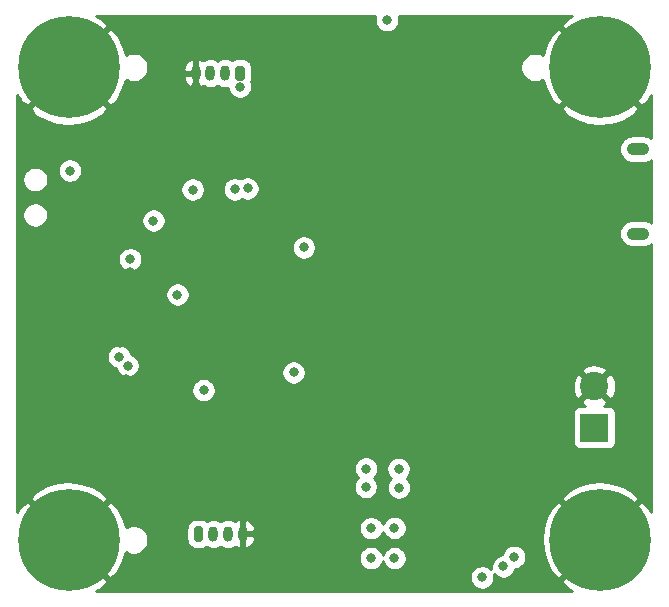
<source format=gbr>
%TF.GenerationSoftware,KiCad,Pcbnew,5.1.10-88a1d61d58~90~ubuntu20.04.1*%
%TF.CreationDate,2021-12-12T00:04:41-03:00*%
%TF.ProjectId,kicadproj,6b696361-6470-4726-9f6a-2e6b69636164,rev?*%
%TF.SameCoordinates,Original*%
%TF.FileFunction,Copper,L2,Inr*%
%TF.FilePolarity,Positive*%
%FSLAX46Y46*%
G04 Gerber Fmt 4.6, Leading zero omitted, Abs format (unit mm)*
G04 Created by KiCad (PCBNEW 5.1.10-88a1d61d58~90~ubuntu20.04.1) date 2021-12-12 00:04:41*
%MOMM*%
%LPD*%
G01*
G04 APERTURE LIST*
%TA.AperFunction,ComponentPad*%
%ADD10C,8.600000*%
%TD*%
%TA.AperFunction,ComponentPad*%
%ADD11C,0.900000*%
%TD*%
%TA.AperFunction,ComponentPad*%
%ADD12R,2.400000X2.400000*%
%TD*%
%TA.AperFunction,ComponentPad*%
%ADD13C,2.400000*%
%TD*%
%TA.AperFunction,ComponentPad*%
%ADD14O,0.800000X1.300000*%
%TD*%
%TA.AperFunction,ComponentPad*%
%ADD15O,1.900000X1.050000*%
%TD*%
%TA.AperFunction,ViaPad*%
%ADD16C,0.800000*%
%TD*%
%TA.AperFunction,Conductor*%
%ADD17C,0.254000*%
%TD*%
%TA.AperFunction,Conductor*%
%ADD18C,0.100000*%
%TD*%
G04 APERTURE END LIST*
D10*
%TO.N,GND*%
%TO.C,H1*%
X140500000Y-96000000D03*
D11*
X143725000Y-96000000D03*
X142780419Y-98280419D03*
X140500000Y-99225000D03*
X138219581Y-98280419D03*
X137275000Y-96000000D03*
X138219581Y-93719581D03*
X140500000Y-92775000D03*
X142780419Y-93719581D03*
%TD*%
%TO.N,GND*%
%TO.C,H2*%
X187780419Y-93719581D03*
X185500000Y-92775000D03*
X183219581Y-93719581D03*
X182275000Y-96000000D03*
X183219581Y-98280419D03*
X185500000Y-99225000D03*
X187780419Y-98280419D03*
X188725000Y-96000000D03*
D10*
X185500000Y-96000000D03*
%TD*%
%TO.N,GND*%
%TO.C,H3*%
X185500000Y-136000000D03*
D11*
X188725000Y-136000000D03*
X187780419Y-138280419D03*
X185500000Y-139225000D03*
X183219581Y-138280419D03*
X182275000Y-136000000D03*
X183219581Y-133719581D03*
X185500000Y-132775000D03*
X187780419Y-133719581D03*
%TD*%
%TO.N,GND*%
%TO.C,H4*%
X142780419Y-133719581D03*
X140500000Y-132775000D03*
X138219581Y-133719581D03*
X137275000Y-136000000D03*
X138219581Y-138280419D03*
X140500000Y-139225000D03*
X142780419Y-138280419D03*
X143725000Y-136000000D03*
D10*
X140500000Y-136000000D03*
%TD*%
D12*
%TO.N,+12V*%
%TO.C,J1*%
X185000000Y-126500000D03*
D13*
%TO.N,GND*%
X185000000Y-123000000D03*
%TD*%
D14*
%TO.N,GND*%
%TO.C,J2*%
X151250000Y-96500000D03*
%TO.N,I2C1_SDA*%
X152500000Y-96500000D03*
%TO.N,I2C1_SCL*%
X153750000Y-96500000D03*
%TO.N,+3V3*%
%TA.AperFunction,ComponentPad*%
G36*
G01*
X155400000Y-96050000D02*
X155400000Y-96950000D01*
G75*
G02*
X155200000Y-97150000I-200000J0D01*
G01*
X154800000Y-97150000D01*
G75*
G02*
X154600000Y-96950000I0J200000D01*
G01*
X154600000Y-96050000D01*
G75*
G02*
X154800000Y-95850000I200000J0D01*
G01*
X155200000Y-95850000D01*
G75*
G02*
X155400000Y-96050000I0J-200000D01*
G01*
G37*
%TD.AperFunction*%
%TD*%
%TO.N,+3V3*%
%TO.C,J4*%
%TA.AperFunction,ComponentPad*%
G36*
G01*
X151100000Y-135950000D02*
X151100000Y-135050000D01*
G75*
G02*
X151300000Y-134850000I200000J0D01*
G01*
X151700000Y-134850000D01*
G75*
G02*
X151900000Y-135050000I0J-200000D01*
G01*
X151900000Y-135950000D01*
G75*
G02*
X151700000Y-136150000I-200000J0D01*
G01*
X151300000Y-136150000D01*
G75*
G02*
X151100000Y-135950000I0J200000D01*
G01*
G37*
%TD.AperFunction*%
%TO.N,USART3_TX*%
X152750000Y-135500000D03*
%TO.N,USART3_RX*%
X154000000Y-135500000D03*
%TO.N,GND*%
X155250000Y-135500000D03*
%TD*%
D15*
%TO.N,Net-(J5-Pad6)*%
%TO.C,J5*%
X188700000Y-102925000D03*
X188700000Y-110075000D03*
%TD*%
D16*
%TO.N,+3V3*%
X167450000Y-92000000D03*
X165650000Y-131525000D03*
X177300000Y-138250000D03*
X175500000Y-139175000D03*
X155000000Y-97625000D03*
X151925000Y-123325000D03*
X144775000Y-120500000D03*
X140600000Y-104750000D03*
X147675000Y-108975000D03*
X154575000Y-106325000D03*
X151000000Y-106350000D03*
X145700000Y-112250000D03*
X159550000Y-121825000D03*
X160400000Y-111250000D03*
X165675000Y-129975000D03*
X166100000Y-135025000D03*
X166075000Y-137550000D03*
X145495000Y-121250000D03*
X168425000Y-130000000D03*
X168450000Y-131575000D03*
X168075000Y-135000000D03*
X168075000Y-137550000D03*
X178225000Y-137450000D03*
%TO.N,GND*%
X166200000Y-92000000D03*
X164900000Y-92000000D03*
X162375000Y-91975000D03*
X162525000Y-110425000D03*
X161625000Y-109525000D03*
X176550000Y-124200000D03*
X174425000Y-124250000D03*
X179100000Y-134750000D03*
X173875000Y-139125000D03*
X171025000Y-137575000D03*
X151250000Y-97600000D03*
X159675000Y-109575000D03*
X158825000Y-123475000D03*
X158400000Y-125100000D03*
X145325000Y-122400000D03*
X144825000Y-119375000D03*
X146450000Y-117150000D03*
X142225000Y-119150000D03*
X145700000Y-113300000D03*
X147200000Y-111250000D03*
X145250000Y-109900000D03*
X140625000Y-109250000D03*
X145515240Y-117500000D03*
X150250000Y-124050000D03*
X149000000Y-108450000D03*
X184925000Y-105200000D03*
X170050000Y-133725000D03*
X166850000Y-125425000D03*
X165975000Y-126400000D03*
X180075000Y-128600000D03*
X170025000Y-138900000D03*
X172950000Y-138450000D03*
X180050000Y-133975000D03*
X174425000Y-126275000D03*
X167775000Y-126450000D03*
X174550000Y-133050000D03*
X183950000Y-105200000D03*
X183950000Y-104200000D03*
X184925000Y-104200000D03*
X141225000Y-118025000D03*
X180025000Y-105375000D03*
%TO.N,NRST*%
X149708934Y-115234875D03*
X155650000Y-106250000D03*
%TD*%
D17*
%TO.N,GND*%
X166454774Y-91698102D02*
X166415000Y-91898061D01*
X166415000Y-92101939D01*
X166454774Y-92301898D01*
X166532795Y-92490256D01*
X166646063Y-92659774D01*
X166790226Y-92803937D01*
X166959744Y-92917205D01*
X167148102Y-92995226D01*
X167348061Y-93035000D01*
X167551939Y-93035000D01*
X167751898Y-92995226D01*
X167940256Y-92917205D01*
X168109774Y-92803937D01*
X168253937Y-92659774D01*
X168367205Y-92490256D01*
X168445226Y-92301898D01*
X168485000Y-92101939D01*
X168485000Y-91898061D01*
X168445226Y-91698102D01*
X168429444Y-91660000D01*
X183148907Y-91660000D01*
X182801560Y-91839606D01*
X182688946Y-91914851D01*
X182196787Y-92517182D01*
X185500000Y-95820395D01*
X185514143Y-95806253D01*
X185693748Y-95985858D01*
X185679605Y-96000000D01*
X188982818Y-99303213D01*
X189585149Y-98811054D01*
X189840000Y-98349534D01*
X189840000Y-102011160D01*
X189772579Y-101955829D01*
X189571060Y-101848115D01*
X189352400Y-101781785D01*
X189181979Y-101765000D01*
X188218021Y-101765000D01*
X188047600Y-101781785D01*
X187828940Y-101848115D01*
X187627421Y-101955829D01*
X187450788Y-102100788D01*
X187305829Y-102277421D01*
X187198115Y-102478940D01*
X187131785Y-102697600D01*
X187109388Y-102925000D01*
X187131785Y-103152400D01*
X187198115Y-103371060D01*
X187305829Y-103572579D01*
X187450788Y-103749212D01*
X187627421Y-103894171D01*
X187828940Y-104001885D01*
X188047600Y-104068215D01*
X188218021Y-104085000D01*
X189181979Y-104085000D01*
X189352400Y-104068215D01*
X189571060Y-104001885D01*
X189772579Y-103894171D01*
X189840000Y-103838840D01*
X189840000Y-109161160D01*
X189772579Y-109105829D01*
X189571060Y-108998115D01*
X189352400Y-108931785D01*
X189181979Y-108915000D01*
X188218021Y-108915000D01*
X188047600Y-108931785D01*
X187828940Y-108998115D01*
X187627421Y-109105829D01*
X187450788Y-109250788D01*
X187305829Y-109427421D01*
X187198115Y-109628940D01*
X187131785Y-109847600D01*
X187109388Y-110075000D01*
X187131785Y-110302400D01*
X187198115Y-110521060D01*
X187305829Y-110722579D01*
X187450788Y-110899212D01*
X187627421Y-111044171D01*
X187828940Y-111151885D01*
X188047600Y-111218215D01*
X188218021Y-111235000D01*
X189181979Y-111235000D01*
X189352400Y-111218215D01*
X189571060Y-111151885D01*
X189772579Y-111044171D01*
X189840000Y-110988840D01*
X189840001Y-133648909D01*
X189660394Y-133301560D01*
X189585149Y-133188946D01*
X188982818Y-132696787D01*
X185679605Y-136000000D01*
X185693748Y-136014143D01*
X185514143Y-136193748D01*
X185500000Y-136179605D01*
X182196787Y-139482818D01*
X182688946Y-140085149D01*
X183150466Y-140340000D01*
X142851093Y-140340000D01*
X143198440Y-140160394D01*
X143311054Y-140085149D01*
X143803213Y-139482818D01*
X140500000Y-136179605D01*
X140485858Y-136193748D01*
X140306253Y-136014143D01*
X140320395Y-136000000D01*
X140679605Y-136000000D01*
X143982818Y-139303213D01*
X144264490Y-139073061D01*
X174465000Y-139073061D01*
X174465000Y-139276939D01*
X174504774Y-139476898D01*
X174582795Y-139665256D01*
X174696063Y-139834774D01*
X174840226Y-139978937D01*
X175009744Y-140092205D01*
X175198102Y-140170226D01*
X175398061Y-140210000D01*
X175601939Y-140210000D01*
X175801898Y-140170226D01*
X175990256Y-140092205D01*
X176159774Y-139978937D01*
X176303937Y-139834774D01*
X176417205Y-139665256D01*
X176495226Y-139476898D01*
X176535000Y-139276939D01*
X176535000Y-139073061D01*
X176504124Y-138917835D01*
X176640226Y-139053937D01*
X176809744Y-139167205D01*
X176998102Y-139245226D01*
X177198061Y-139285000D01*
X177401939Y-139285000D01*
X177601898Y-139245226D01*
X177790256Y-139167205D01*
X177959774Y-139053937D01*
X178103937Y-138909774D01*
X178217205Y-138740256D01*
X178295226Y-138551898D01*
X178308533Y-138485000D01*
X178326939Y-138485000D01*
X178526898Y-138445226D01*
X178715256Y-138367205D01*
X178884774Y-138253937D01*
X179028937Y-138109774D01*
X179142205Y-137940256D01*
X179220226Y-137751898D01*
X179260000Y-137551939D01*
X179260000Y-137348061D01*
X179220226Y-137148102D01*
X179142205Y-136959744D01*
X179028937Y-136790226D01*
X178884774Y-136646063D01*
X178715256Y-136532795D01*
X178526898Y-136454774D01*
X178326939Y-136415000D01*
X178123061Y-136415000D01*
X177923102Y-136454774D01*
X177734744Y-136532795D01*
X177565226Y-136646063D01*
X177421063Y-136790226D01*
X177307795Y-136959744D01*
X177229774Y-137148102D01*
X177216467Y-137215000D01*
X177198061Y-137215000D01*
X176998102Y-137254774D01*
X176809744Y-137332795D01*
X176640226Y-137446063D01*
X176496063Y-137590226D01*
X176382795Y-137759744D01*
X176304774Y-137948102D01*
X176265000Y-138148061D01*
X176265000Y-138351939D01*
X176295876Y-138507165D01*
X176159774Y-138371063D01*
X175990256Y-138257795D01*
X175801898Y-138179774D01*
X175601939Y-138140000D01*
X175398061Y-138140000D01*
X175198102Y-138179774D01*
X175009744Y-138257795D01*
X174840226Y-138371063D01*
X174696063Y-138515226D01*
X174582795Y-138684744D01*
X174504774Y-138873102D01*
X174465000Y-139073061D01*
X144264490Y-139073061D01*
X144585149Y-138811054D01*
X145055063Y-137960067D01*
X145218046Y-137448061D01*
X165040000Y-137448061D01*
X165040000Y-137651939D01*
X165079774Y-137851898D01*
X165157795Y-138040256D01*
X165271063Y-138209774D01*
X165415226Y-138353937D01*
X165584744Y-138467205D01*
X165773102Y-138545226D01*
X165973061Y-138585000D01*
X166176939Y-138585000D01*
X166376898Y-138545226D01*
X166565256Y-138467205D01*
X166734774Y-138353937D01*
X166878937Y-138209774D01*
X166992205Y-138040256D01*
X167070226Y-137851898D01*
X167075000Y-137827897D01*
X167079774Y-137851898D01*
X167157795Y-138040256D01*
X167271063Y-138209774D01*
X167415226Y-138353937D01*
X167584744Y-138467205D01*
X167773102Y-138545226D01*
X167973061Y-138585000D01*
X168176939Y-138585000D01*
X168376898Y-138545226D01*
X168565256Y-138467205D01*
X168734774Y-138353937D01*
X168878937Y-138209774D01*
X168992205Y-138040256D01*
X169070226Y-137851898D01*
X169110000Y-137651939D01*
X169110000Y-137448061D01*
X169070226Y-137248102D01*
X168992205Y-137059744D01*
X168878937Y-136890226D01*
X168734774Y-136746063D01*
X168565256Y-136632795D01*
X168376898Y-136554774D01*
X168176939Y-136515000D01*
X167973061Y-136515000D01*
X167773102Y-136554774D01*
X167584744Y-136632795D01*
X167415226Y-136746063D01*
X167271063Y-136890226D01*
X167157795Y-137059744D01*
X167079774Y-137248102D01*
X167075000Y-137272103D01*
X167070226Y-137248102D01*
X166992205Y-137059744D01*
X166878937Y-136890226D01*
X166734774Y-136746063D01*
X166565256Y-136632795D01*
X166376898Y-136554774D01*
X166176939Y-136515000D01*
X165973061Y-136515000D01*
X165773102Y-136554774D01*
X165584744Y-136632795D01*
X165415226Y-136746063D01*
X165271063Y-136890226D01*
X165157795Y-137059744D01*
X165079774Y-137248102D01*
X165040000Y-137448061D01*
X145218046Y-137448061D01*
X145340694Y-137062770D01*
X145407926Y-137107693D01*
X145635402Y-137201917D01*
X145876890Y-137249952D01*
X146123110Y-137249952D01*
X146364598Y-137201917D01*
X146592074Y-137107693D01*
X146796798Y-136970901D01*
X146970901Y-136796798D01*
X147107693Y-136592074D01*
X147201917Y-136364598D01*
X147249952Y-136123110D01*
X147249952Y-135876890D01*
X147201917Y-135635402D01*
X147107693Y-135407926D01*
X146970901Y-135203202D01*
X146817699Y-135050000D01*
X150461928Y-135050000D01*
X150461928Y-135950000D01*
X150478031Y-136113500D01*
X150525722Y-136270716D01*
X150603169Y-136415608D01*
X150707394Y-136542606D01*
X150834392Y-136646831D01*
X150979284Y-136724278D01*
X151136500Y-136771969D01*
X151300000Y-136788072D01*
X151700000Y-136788072D01*
X151863500Y-136771969D01*
X152020716Y-136724278D01*
X152165608Y-136646831D01*
X152191894Y-136625259D01*
X152352008Y-136710841D01*
X152547106Y-136770024D01*
X152750000Y-136790007D01*
X152952895Y-136770024D01*
X153147993Y-136710841D01*
X153327797Y-136614734D01*
X153375001Y-136575995D01*
X153422204Y-136614734D01*
X153602008Y-136710841D01*
X153797106Y-136770024D01*
X154000000Y-136790007D01*
X154202895Y-136770024D01*
X154397993Y-136710841D01*
X154577797Y-136614734D01*
X154617938Y-136581791D01*
X154701840Y-136645255D01*
X154887028Y-136734994D01*
X154963877Y-136744666D01*
X155123000Y-136616998D01*
X155123000Y-135627000D01*
X155377000Y-135627000D01*
X155377000Y-136616998D01*
X155536123Y-136744666D01*
X155612972Y-136734994D01*
X155798160Y-136645255D01*
X155962283Y-136521112D01*
X156099033Y-136367336D01*
X156203155Y-136189836D01*
X156270648Y-135995433D01*
X156298918Y-135791599D01*
X156133762Y-135627000D01*
X155377000Y-135627000D01*
X155123000Y-135627000D01*
X155103000Y-135627000D01*
X155103000Y-135373000D01*
X155123000Y-135373000D01*
X155123000Y-134383002D01*
X155377000Y-134383002D01*
X155377000Y-135373000D01*
X156133762Y-135373000D01*
X156298918Y-135208401D01*
X156270648Y-135004567D01*
X156242351Y-134923061D01*
X165065000Y-134923061D01*
X165065000Y-135126939D01*
X165104774Y-135326898D01*
X165182795Y-135515256D01*
X165296063Y-135684774D01*
X165440226Y-135828937D01*
X165609744Y-135942205D01*
X165798102Y-136020226D01*
X165998061Y-136060000D01*
X166201939Y-136060000D01*
X166401898Y-136020226D01*
X166590256Y-135942205D01*
X166759774Y-135828937D01*
X166903937Y-135684774D01*
X167017205Y-135515256D01*
X167092678Y-135333050D01*
X167157795Y-135490256D01*
X167271063Y-135659774D01*
X167415226Y-135803937D01*
X167584744Y-135917205D01*
X167773102Y-135995226D01*
X167973061Y-136035000D01*
X168176939Y-136035000D01*
X168376898Y-135995226D01*
X168528859Y-135932281D01*
X180541586Y-135932281D01*
X180623649Y-136900921D01*
X180893107Y-137834938D01*
X181339606Y-138698440D01*
X181414851Y-138811054D01*
X182017182Y-139303213D01*
X185320395Y-136000000D01*
X182017182Y-132696787D01*
X181414851Y-133188946D01*
X180944937Y-134039933D01*
X180650071Y-134966243D01*
X180541586Y-135932281D01*
X168528859Y-135932281D01*
X168565256Y-135917205D01*
X168734774Y-135803937D01*
X168878937Y-135659774D01*
X168992205Y-135490256D01*
X169070226Y-135301898D01*
X169110000Y-135101939D01*
X169110000Y-134898061D01*
X169070226Y-134698102D01*
X168992205Y-134509744D01*
X168878937Y-134340226D01*
X168734774Y-134196063D01*
X168565256Y-134082795D01*
X168376898Y-134004774D01*
X168176939Y-133965000D01*
X167973061Y-133965000D01*
X167773102Y-134004774D01*
X167584744Y-134082795D01*
X167415226Y-134196063D01*
X167271063Y-134340226D01*
X167157795Y-134509744D01*
X167082322Y-134691950D01*
X167017205Y-134534744D01*
X166903937Y-134365226D01*
X166759774Y-134221063D01*
X166590256Y-134107795D01*
X166401898Y-134029774D01*
X166201939Y-133990000D01*
X165998061Y-133990000D01*
X165798102Y-134029774D01*
X165609744Y-134107795D01*
X165440226Y-134221063D01*
X165296063Y-134365226D01*
X165182795Y-134534744D01*
X165104774Y-134723102D01*
X165065000Y-134923061D01*
X156242351Y-134923061D01*
X156203155Y-134810164D01*
X156099033Y-134632664D01*
X155962283Y-134478888D01*
X155798160Y-134354745D01*
X155612972Y-134265006D01*
X155536123Y-134255334D01*
X155377000Y-134383002D01*
X155123000Y-134383002D01*
X154963877Y-134255334D01*
X154887028Y-134265006D01*
X154701840Y-134354745D01*
X154617938Y-134418209D01*
X154577797Y-134385266D01*
X154397992Y-134289159D01*
X154202894Y-134229976D01*
X154000000Y-134209993D01*
X153797105Y-134229976D01*
X153602007Y-134289159D01*
X153422203Y-134385266D01*
X153375000Y-134424004D01*
X153327797Y-134385266D01*
X153147992Y-134289159D01*
X152952894Y-134229976D01*
X152750000Y-134209993D01*
X152547105Y-134229976D01*
X152352007Y-134289159D01*
X152191894Y-134374741D01*
X152165608Y-134353169D01*
X152020716Y-134275722D01*
X151863500Y-134228031D01*
X151700000Y-134211928D01*
X151300000Y-134211928D01*
X151136500Y-134228031D01*
X150979284Y-134275722D01*
X150834392Y-134353169D01*
X150707394Y-134457394D01*
X150603169Y-134584392D01*
X150525722Y-134729284D01*
X150478031Y-134886500D01*
X150461928Y-135050000D01*
X146817699Y-135050000D01*
X146796798Y-135029099D01*
X146592074Y-134892307D01*
X146364598Y-134798083D01*
X146123110Y-134750048D01*
X145876890Y-134750048D01*
X145635402Y-134798083D01*
X145407926Y-134892307D01*
X145331442Y-134943412D01*
X145106893Y-134165062D01*
X144660394Y-133301560D01*
X144585149Y-133188946D01*
X143982818Y-132696787D01*
X140679605Y-136000000D01*
X140320395Y-136000000D01*
X137017182Y-132696787D01*
X136414851Y-133188946D01*
X136160000Y-133650466D01*
X136160000Y-132517182D01*
X137196787Y-132517182D01*
X140500000Y-135820395D01*
X143803213Y-132517182D01*
X143311054Y-131914851D01*
X142460067Y-131444937D01*
X142391345Y-131423061D01*
X164615000Y-131423061D01*
X164615000Y-131626939D01*
X164654774Y-131826898D01*
X164732795Y-132015256D01*
X164846063Y-132184774D01*
X164990226Y-132328937D01*
X165159744Y-132442205D01*
X165348102Y-132520226D01*
X165548061Y-132560000D01*
X165751939Y-132560000D01*
X165951898Y-132520226D01*
X166140256Y-132442205D01*
X166309774Y-132328937D01*
X166453937Y-132184774D01*
X166567205Y-132015256D01*
X166645226Y-131826898D01*
X166685000Y-131626939D01*
X166685000Y-131423061D01*
X166645226Y-131223102D01*
X166567205Y-131034744D01*
X166453937Y-130865226D01*
X166351211Y-130762500D01*
X166478937Y-130634774D01*
X166592205Y-130465256D01*
X166670226Y-130276898D01*
X166710000Y-130076939D01*
X166710000Y-129898061D01*
X167390000Y-129898061D01*
X167390000Y-130101939D01*
X167429774Y-130301898D01*
X167507795Y-130490256D01*
X167621063Y-130659774D01*
X167761289Y-130800000D01*
X167646063Y-130915226D01*
X167532795Y-131084744D01*
X167454774Y-131273102D01*
X167415000Y-131473061D01*
X167415000Y-131676939D01*
X167454774Y-131876898D01*
X167532795Y-132065256D01*
X167646063Y-132234774D01*
X167790226Y-132378937D01*
X167959744Y-132492205D01*
X168148102Y-132570226D01*
X168348061Y-132610000D01*
X168551939Y-132610000D01*
X168751898Y-132570226D01*
X168879956Y-132517182D01*
X182196787Y-132517182D01*
X185500000Y-135820395D01*
X188803213Y-132517182D01*
X188311054Y-131914851D01*
X187460067Y-131444937D01*
X186533757Y-131150071D01*
X185567719Y-131041586D01*
X184599079Y-131123649D01*
X183665062Y-131393107D01*
X182801560Y-131839606D01*
X182688946Y-131914851D01*
X182196787Y-132517182D01*
X168879956Y-132517182D01*
X168940256Y-132492205D01*
X169109774Y-132378937D01*
X169253937Y-132234774D01*
X169367205Y-132065256D01*
X169445226Y-131876898D01*
X169485000Y-131676939D01*
X169485000Y-131473061D01*
X169445226Y-131273102D01*
X169367205Y-131084744D01*
X169253937Y-130915226D01*
X169113711Y-130775000D01*
X169228937Y-130659774D01*
X169342205Y-130490256D01*
X169420226Y-130301898D01*
X169460000Y-130101939D01*
X169460000Y-129898061D01*
X169420226Y-129698102D01*
X169342205Y-129509744D01*
X169228937Y-129340226D01*
X169084774Y-129196063D01*
X168915256Y-129082795D01*
X168726898Y-129004774D01*
X168526939Y-128965000D01*
X168323061Y-128965000D01*
X168123102Y-129004774D01*
X167934744Y-129082795D01*
X167765226Y-129196063D01*
X167621063Y-129340226D01*
X167507795Y-129509744D01*
X167429774Y-129698102D01*
X167390000Y-129898061D01*
X166710000Y-129898061D01*
X166710000Y-129873061D01*
X166670226Y-129673102D01*
X166592205Y-129484744D01*
X166478937Y-129315226D01*
X166334774Y-129171063D01*
X166165256Y-129057795D01*
X165976898Y-128979774D01*
X165776939Y-128940000D01*
X165573061Y-128940000D01*
X165373102Y-128979774D01*
X165184744Y-129057795D01*
X165015226Y-129171063D01*
X164871063Y-129315226D01*
X164757795Y-129484744D01*
X164679774Y-129673102D01*
X164640000Y-129873061D01*
X164640000Y-130076939D01*
X164679774Y-130276898D01*
X164757795Y-130465256D01*
X164871063Y-130634774D01*
X164973789Y-130737500D01*
X164846063Y-130865226D01*
X164732795Y-131034744D01*
X164654774Y-131223102D01*
X164615000Y-131423061D01*
X142391345Y-131423061D01*
X141533757Y-131150071D01*
X140567719Y-131041586D01*
X139599079Y-131123649D01*
X138665062Y-131393107D01*
X137801560Y-131839606D01*
X137688946Y-131914851D01*
X137196787Y-132517182D01*
X136160000Y-132517182D01*
X136160000Y-125300000D01*
X183161928Y-125300000D01*
X183161928Y-127700000D01*
X183174188Y-127824482D01*
X183210498Y-127944180D01*
X183269463Y-128054494D01*
X183348815Y-128151185D01*
X183445506Y-128230537D01*
X183555820Y-128289502D01*
X183675518Y-128325812D01*
X183800000Y-128338072D01*
X186200000Y-128338072D01*
X186324482Y-128325812D01*
X186444180Y-128289502D01*
X186554494Y-128230537D01*
X186651185Y-128151185D01*
X186730537Y-128054494D01*
X186789502Y-127944180D01*
X186825812Y-127824482D01*
X186838072Y-127700000D01*
X186838072Y-125300000D01*
X186825812Y-125175518D01*
X186789502Y-125055820D01*
X186730537Y-124945506D01*
X186651185Y-124848815D01*
X186554494Y-124769463D01*
X186444180Y-124710498D01*
X186324482Y-124674188D01*
X186200000Y-124661928D01*
X185793097Y-124661928D01*
X185978486Y-124562836D01*
X186098374Y-124277980D01*
X185000000Y-123179605D01*
X183901626Y-124277980D01*
X184021514Y-124562836D01*
X184220912Y-124661928D01*
X183800000Y-124661928D01*
X183675518Y-124674188D01*
X183555820Y-124710498D01*
X183445506Y-124769463D01*
X183348815Y-124848815D01*
X183269463Y-124945506D01*
X183210498Y-125055820D01*
X183174188Y-125175518D01*
X183161928Y-125300000D01*
X136160000Y-125300000D01*
X136160000Y-123223061D01*
X150890000Y-123223061D01*
X150890000Y-123426939D01*
X150929774Y-123626898D01*
X151007795Y-123815256D01*
X151121063Y-123984774D01*
X151265226Y-124128937D01*
X151434744Y-124242205D01*
X151623102Y-124320226D01*
X151823061Y-124360000D01*
X152026939Y-124360000D01*
X152226898Y-124320226D01*
X152415256Y-124242205D01*
X152584774Y-124128937D01*
X152728937Y-123984774D01*
X152842205Y-123815256D01*
X152920226Y-123626898D01*
X152960000Y-123426939D01*
X152960000Y-123223061D01*
X152926509Y-123054684D01*
X183156933Y-123054684D01*
X183203015Y-123413198D01*
X183318154Y-123755833D01*
X183437164Y-123978486D01*
X183722020Y-124098374D01*
X184820395Y-123000000D01*
X185179605Y-123000000D01*
X186277980Y-124098374D01*
X186562836Y-123978486D01*
X186723699Y-123654790D01*
X186818322Y-123305931D01*
X186843067Y-122945316D01*
X186796985Y-122586802D01*
X186681846Y-122244167D01*
X186562836Y-122021514D01*
X186277980Y-121901626D01*
X185179605Y-123000000D01*
X184820395Y-123000000D01*
X183722020Y-121901626D01*
X183437164Y-122021514D01*
X183276301Y-122345210D01*
X183181678Y-122694069D01*
X183156933Y-123054684D01*
X152926509Y-123054684D01*
X152920226Y-123023102D01*
X152842205Y-122834744D01*
X152728937Y-122665226D01*
X152584774Y-122521063D01*
X152415256Y-122407795D01*
X152226898Y-122329774D01*
X152026939Y-122290000D01*
X151823061Y-122290000D01*
X151623102Y-122329774D01*
X151434744Y-122407795D01*
X151265226Y-122521063D01*
X151121063Y-122665226D01*
X151007795Y-122834744D01*
X150929774Y-123023102D01*
X150890000Y-123223061D01*
X136160000Y-123223061D01*
X136160000Y-120398061D01*
X143740000Y-120398061D01*
X143740000Y-120601939D01*
X143779774Y-120801898D01*
X143857795Y-120990256D01*
X143971063Y-121159774D01*
X144115226Y-121303937D01*
X144284744Y-121417205D01*
X144473102Y-121495226D01*
X144489136Y-121498415D01*
X144499774Y-121551898D01*
X144577795Y-121740256D01*
X144691063Y-121909774D01*
X144835226Y-122053937D01*
X145004744Y-122167205D01*
X145193102Y-122245226D01*
X145393061Y-122285000D01*
X145596939Y-122285000D01*
X145796898Y-122245226D01*
X145985256Y-122167205D01*
X146154774Y-122053937D01*
X146298937Y-121909774D01*
X146412205Y-121740256D01*
X146419327Y-121723061D01*
X158515000Y-121723061D01*
X158515000Y-121926939D01*
X158554774Y-122126898D01*
X158632795Y-122315256D01*
X158746063Y-122484774D01*
X158890226Y-122628937D01*
X159059744Y-122742205D01*
X159248102Y-122820226D01*
X159448061Y-122860000D01*
X159651939Y-122860000D01*
X159851898Y-122820226D01*
X160040256Y-122742205D01*
X160209774Y-122628937D01*
X160353937Y-122484774D01*
X160467205Y-122315256D01*
X160545226Y-122126898D01*
X160585000Y-121926939D01*
X160585000Y-121723061D01*
X160584793Y-121722020D01*
X183901626Y-121722020D01*
X185000000Y-122820395D01*
X186098374Y-121722020D01*
X185978486Y-121437164D01*
X185654790Y-121276301D01*
X185305931Y-121181678D01*
X184945316Y-121156933D01*
X184586802Y-121203015D01*
X184244167Y-121318154D01*
X184021514Y-121437164D01*
X183901626Y-121722020D01*
X160584793Y-121722020D01*
X160545226Y-121523102D01*
X160467205Y-121334744D01*
X160353937Y-121165226D01*
X160209774Y-121021063D01*
X160040256Y-120907795D01*
X159851898Y-120829774D01*
X159651939Y-120790000D01*
X159448061Y-120790000D01*
X159248102Y-120829774D01*
X159059744Y-120907795D01*
X158890226Y-121021063D01*
X158746063Y-121165226D01*
X158632795Y-121334744D01*
X158554774Y-121523102D01*
X158515000Y-121723061D01*
X146419327Y-121723061D01*
X146490226Y-121551898D01*
X146530000Y-121351939D01*
X146530000Y-121148061D01*
X146490226Y-120948102D01*
X146412205Y-120759744D01*
X146298937Y-120590226D01*
X146154774Y-120446063D01*
X145985256Y-120332795D01*
X145796898Y-120254774D01*
X145780864Y-120251585D01*
X145770226Y-120198102D01*
X145692205Y-120009744D01*
X145578937Y-119840226D01*
X145434774Y-119696063D01*
X145265256Y-119582795D01*
X145076898Y-119504774D01*
X144876939Y-119465000D01*
X144673061Y-119465000D01*
X144473102Y-119504774D01*
X144284744Y-119582795D01*
X144115226Y-119696063D01*
X143971063Y-119840226D01*
X143857795Y-120009744D01*
X143779774Y-120198102D01*
X143740000Y-120398061D01*
X136160000Y-120398061D01*
X136160000Y-115132936D01*
X148673934Y-115132936D01*
X148673934Y-115336814D01*
X148713708Y-115536773D01*
X148791729Y-115725131D01*
X148904997Y-115894649D01*
X149049160Y-116038812D01*
X149218678Y-116152080D01*
X149407036Y-116230101D01*
X149606995Y-116269875D01*
X149810873Y-116269875D01*
X150010832Y-116230101D01*
X150199190Y-116152080D01*
X150368708Y-116038812D01*
X150512871Y-115894649D01*
X150626139Y-115725131D01*
X150704160Y-115536773D01*
X150743934Y-115336814D01*
X150743934Y-115132936D01*
X150704160Y-114932977D01*
X150626139Y-114744619D01*
X150512871Y-114575101D01*
X150368708Y-114430938D01*
X150199190Y-114317670D01*
X150010832Y-114239649D01*
X149810873Y-114199875D01*
X149606995Y-114199875D01*
X149407036Y-114239649D01*
X149218678Y-114317670D01*
X149049160Y-114430938D01*
X148904997Y-114575101D01*
X148791729Y-114744619D01*
X148713708Y-114932977D01*
X148673934Y-115132936D01*
X136160000Y-115132936D01*
X136160000Y-112148061D01*
X144665000Y-112148061D01*
X144665000Y-112351939D01*
X144704774Y-112551898D01*
X144782795Y-112740256D01*
X144896063Y-112909774D01*
X145040226Y-113053937D01*
X145209744Y-113167205D01*
X145398102Y-113245226D01*
X145598061Y-113285000D01*
X145801939Y-113285000D01*
X146001898Y-113245226D01*
X146190256Y-113167205D01*
X146359774Y-113053937D01*
X146503937Y-112909774D01*
X146617205Y-112740256D01*
X146695226Y-112551898D01*
X146735000Y-112351939D01*
X146735000Y-112148061D01*
X146695226Y-111948102D01*
X146617205Y-111759744D01*
X146503937Y-111590226D01*
X146359774Y-111446063D01*
X146190256Y-111332795D01*
X146001898Y-111254774D01*
X145801939Y-111215000D01*
X145598061Y-111215000D01*
X145398102Y-111254774D01*
X145209744Y-111332795D01*
X145040226Y-111446063D01*
X144896063Y-111590226D01*
X144782795Y-111759744D01*
X144704774Y-111948102D01*
X144665000Y-112148061D01*
X136160000Y-112148061D01*
X136160000Y-111148061D01*
X159365000Y-111148061D01*
X159365000Y-111351939D01*
X159404774Y-111551898D01*
X159482795Y-111740256D01*
X159596063Y-111909774D01*
X159740226Y-112053937D01*
X159909744Y-112167205D01*
X160098102Y-112245226D01*
X160298061Y-112285000D01*
X160501939Y-112285000D01*
X160701898Y-112245226D01*
X160890256Y-112167205D01*
X161059774Y-112053937D01*
X161203937Y-111909774D01*
X161317205Y-111740256D01*
X161395226Y-111551898D01*
X161435000Y-111351939D01*
X161435000Y-111148061D01*
X161395226Y-110948102D01*
X161317205Y-110759744D01*
X161203937Y-110590226D01*
X161059774Y-110446063D01*
X160890256Y-110332795D01*
X160701898Y-110254774D01*
X160501939Y-110215000D01*
X160298061Y-110215000D01*
X160098102Y-110254774D01*
X159909744Y-110332795D01*
X159740226Y-110446063D01*
X159596063Y-110590226D01*
X159482795Y-110759744D01*
X159404774Y-110948102D01*
X159365000Y-111148061D01*
X136160000Y-111148061D01*
X136160000Y-108393137D01*
X136585000Y-108393137D01*
X136585000Y-108606863D01*
X136626696Y-108816483D01*
X136708485Y-109013940D01*
X136827225Y-109191647D01*
X136978353Y-109342775D01*
X137156060Y-109461515D01*
X137353517Y-109543304D01*
X137563137Y-109585000D01*
X137776863Y-109585000D01*
X137986483Y-109543304D01*
X138183940Y-109461515D01*
X138361647Y-109342775D01*
X138512775Y-109191647D01*
X138631515Y-109013940D01*
X138689868Y-108873061D01*
X146640000Y-108873061D01*
X146640000Y-109076939D01*
X146679774Y-109276898D01*
X146757795Y-109465256D01*
X146871063Y-109634774D01*
X147015226Y-109778937D01*
X147184744Y-109892205D01*
X147373102Y-109970226D01*
X147573061Y-110010000D01*
X147776939Y-110010000D01*
X147976898Y-109970226D01*
X148165256Y-109892205D01*
X148334774Y-109778937D01*
X148478937Y-109634774D01*
X148592205Y-109465256D01*
X148670226Y-109276898D01*
X148710000Y-109076939D01*
X148710000Y-108873061D01*
X148670226Y-108673102D01*
X148592205Y-108484744D01*
X148478937Y-108315226D01*
X148334774Y-108171063D01*
X148165256Y-108057795D01*
X147976898Y-107979774D01*
X147776939Y-107940000D01*
X147573061Y-107940000D01*
X147373102Y-107979774D01*
X147184744Y-108057795D01*
X147015226Y-108171063D01*
X146871063Y-108315226D01*
X146757795Y-108484744D01*
X146679774Y-108673102D01*
X146640000Y-108873061D01*
X138689868Y-108873061D01*
X138713304Y-108816483D01*
X138755000Y-108606863D01*
X138755000Y-108393137D01*
X138713304Y-108183517D01*
X138631515Y-107986060D01*
X138512775Y-107808353D01*
X138361647Y-107657225D01*
X138183940Y-107538485D01*
X137986483Y-107456696D01*
X137776863Y-107415000D01*
X137563137Y-107415000D01*
X137353517Y-107456696D01*
X137156060Y-107538485D01*
X136978353Y-107657225D01*
X136827225Y-107808353D01*
X136708485Y-107986060D01*
X136626696Y-108183517D01*
X136585000Y-108393137D01*
X136160000Y-108393137D01*
X136160000Y-105393137D01*
X136585000Y-105393137D01*
X136585000Y-105606863D01*
X136626696Y-105816483D01*
X136708485Y-106013940D01*
X136827225Y-106191647D01*
X136978353Y-106342775D01*
X137156060Y-106461515D01*
X137353517Y-106543304D01*
X137563137Y-106585000D01*
X137776863Y-106585000D01*
X137986483Y-106543304D01*
X138183940Y-106461515D01*
X138361647Y-106342775D01*
X138456361Y-106248061D01*
X149965000Y-106248061D01*
X149965000Y-106451939D01*
X150004774Y-106651898D01*
X150082795Y-106840256D01*
X150196063Y-107009774D01*
X150340226Y-107153937D01*
X150509744Y-107267205D01*
X150698102Y-107345226D01*
X150898061Y-107385000D01*
X151101939Y-107385000D01*
X151301898Y-107345226D01*
X151490256Y-107267205D01*
X151659774Y-107153937D01*
X151803937Y-107009774D01*
X151917205Y-106840256D01*
X151995226Y-106651898D01*
X152035000Y-106451939D01*
X152035000Y-106248061D01*
X152030028Y-106223061D01*
X153540000Y-106223061D01*
X153540000Y-106426939D01*
X153579774Y-106626898D01*
X153657795Y-106815256D01*
X153771063Y-106984774D01*
X153915226Y-107128937D01*
X154084744Y-107242205D01*
X154273102Y-107320226D01*
X154473061Y-107360000D01*
X154676939Y-107360000D01*
X154876898Y-107320226D01*
X155065256Y-107242205D01*
X155170706Y-107171746D01*
X155348102Y-107245226D01*
X155548061Y-107285000D01*
X155751939Y-107285000D01*
X155951898Y-107245226D01*
X156140256Y-107167205D01*
X156309774Y-107053937D01*
X156453937Y-106909774D01*
X156567205Y-106740256D01*
X156645226Y-106551898D01*
X156685000Y-106351939D01*
X156685000Y-106148061D01*
X156645226Y-105948102D01*
X156567205Y-105759744D01*
X156453937Y-105590226D01*
X156309774Y-105446063D01*
X156140256Y-105332795D01*
X155951898Y-105254774D01*
X155751939Y-105215000D01*
X155548061Y-105215000D01*
X155348102Y-105254774D01*
X155159744Y-105332795D01*
X155054294Y-105403254D01*
X154876898Y-105329774D01*
X154676939Y-105290000D01*
X154473061Y-105290000D01*
X154273102Y-105329774D01*
X154084744Y-105407795D01*
X153915226Y-105521063D01*
X153771063Y-105665226D01*
X153657795Y-105834744D01*
X153579774Y-106023102D01*
X153540000Y-106223061D01*
X152030028Y-106223061D01*
X151995226Y-106048102D01*
X151917205Y-105859744D01*
X151803937Y-105690226D01*
X151659774Y-105546063D01*
X151490256Y-105432795D01*
X151301898Y-105354774D01*
X151101939Y-105315000D01*
X150898061Y-105315000D01*
X150698102Y-105354774D01*
X150509744Y-105432795D01*
X150340226Y-105546063D01*
X150196063Y-105690226D01*
X150082795Y-105859744D01*
X150004774Y-106048102D01*
X149965000Y-106248061D01*
X138456361Y-106248061D01*
X138512775Y-106191647D01*
X138631515Y-106013940D01*
X138713304Y-105816483D01*
X138755000Y-105606863D01*
X138755000Y-105393137D01*
X138713304Y-105183517D01*
X138631515Y-104986060D01*
X138512775Y-104808353D01*
X138361647Y-104657225D01*
X138347933Y-104648061D01*
X139565000Y-104648061D01*
X139565000Y-104851939D01*
X139604774Y-105051898D01*
X139682795Y-105240256D01*
X139796063Y-105409774D01*
X139940226Y-105553937D01*
X140109744Y-105667205D01*
X140298102Y-105745226D01*
X140498061Y-105785000D01*
X140701939Y-105785000D01*
X140901898Y-105745226D01*
X141090256Y-105667205D01*
X141259774Y-105553937D01*
X141403937Y-105409774D01*
X141517205Y-105240256D01*
X141595226Y-105051898D01*
X141635000Y-104851939D01*
X141635000Y-104648061D01*
X141595226Y-104448102D01*
X141517205Y-104259744D01*
X141403937Y-104090226D01*
X141259774Y-103946063D01*
X141090256Y-103832795D01*
X140901898Y-103754774D01*
X140701939Y-103715000D01*
X140498061Y-103715000D01*
X140298102Y-103754774D01*
X140109744Y-103832795D01*
X139940226Y-103946063D01*
X139796063Y-104090226D01*
X139682795Y-104259744D01*
X139604774Y-104448102D01*
X139565000Y-104648061D01*
X138347933Y-104648061D01*
X138183940Y-104538485D01*
X137986483Y-104456696D01*
X137776863Y-104415000D01*
X137563137Y-104415000D01*
X137353517Y-104456696D01*
X137156060Y-104538485D01*
X136978353Y-104657225D01*
X136827225Y-104808353D01*
X136708485Y-104986060D01*
X136626696Y-105183517D01*
X136585000Y-105393137D01*
X136160000Y-105393137D01*
X136160000Y-99482818D01*
X137196787Y-99482818D01*
X137688946Y-100085149D01*
X138539933Y-100555063D01*
X139466243Y-100849929D01*
X140432281Y-100958414D01*
X141400921Y-100876351D01*
X142334938Y-100606893D01*
X143198440Y-100160394D01*
X143311054Y-100085149D01*
X143803213Y-99482818D01*
X182196787Y-99482818D01*
X182688946Y-100085149D01*
X183539933Y-100555063D01*
X184466243Y-100849929D01*
X185432281Y-100958414D01*
X186400921Y-100876351D01*
X187334938Y-100606893D01*
X188198440Y-100160394D01*
X188311054Y-100085149D01*
X188803213Y-99482818D01*
X185500000Y-96179605D01*
X182196787Y-99482818D01*
X143803213Y-99482818D01*
X140500000Y-96179605D01*
X137196787Y-99482818D01*
X136160000Y-99482818D01*
X136160000Y-98351093D01*
X136339606Y-98698440D01*
X136414851Y-98811054D01*
X137017182Y-99303213D01*
X140320395Y-96000000D01*
X140679605Y-96000000D01*
X143982818Y-99303213D01*
X144585149Y-98811054D01*
X145055063Y-97960067D01*
X145340694Y-97062770D01*
X145407926Y-97107693D01*
X145635402Y-97201917D01*
X145876890Y-97249952D01*
X146123110Y-97249952D01*
X146364598Y-97201917D01*
X146592074Y-97107693D01*
X146796798Y-96970901D01*
X146970901Y-96796798D01*
X146974374Y-96791599D01*
X150201082Y-96791599D01*
X150229352Y-96995433D01*
X150296845Y-97189836D01*
X150400967Y-97367336D01*
X150537717Y-97521112D01*
X150701840Y-97645255D01*
X150887028Y-97734994D01*
X150963877Y-97744666D01*
X151123000Y-97616998D01*
X151123000Y-96627000D01*
X150366238Y-96627000D01*
X150201082Y-96791599D01*
X146974374Y-96791599D01*
X147107693Y-96592074D01*
X147201917Y-96364598D01*
X147232986Y-96208401D01*
X150201082Y-96208401D01*
X150366238Y-96373000D01*
X151123000Y-96373000D01*
X151123000Y-95383002D01*
X151377000Y-95383002D01*
X151377000Y-96373000D01*
X151397000Y-96373000D01*
X151397000Y-96627000D01*
X151377000Y-96627000D01*
X151377000Y-97616998D01*
X151536123Y-97744666D01*
X151612972Y-97734994D01*
X151798160Y-97645255D01*
X151882062Y-97581791D01*
X151922203Y-97614734D01*
X152102007Y-97710841D01*
X152297105Y-97770024D01*
X152500000Y-97790007D01*
X152702894Y-97770024D01*
X152897992Y-97710841D01*
X153077797Y-97614734D01*
X153125000Y-97575996D01*
X153172203Y-97614734D01*
X153352007Y-97710841D01*
X153547105Y-97770024D01*
X153750000Y-97790007D01*
X153952894Y-97770024D01*
X153972393Y-97764109D01*
X154004774Y-97926898D01*
X154082795Y-98115256D01*
X154196063Y-98284774D01*
X154340226Y-98428937D01*
X154509744Y-98542205D01*
X154698102Y-98620226D01*
X154898061Y-98660000D01*
X155101939Y-98660000D01*
X155301898Y-98620226D01*
X155490256Y-98542205D01*
X155659774Y-98428937D01*
X155803937Y-98284774D01*
X155917205Y-98115256D01*
X155995226Y-97926898D01*
X156035000Y-97726939D01*
X156035000Y-97523061D01*
X155995226Y-97323102D01*
X155973855Y-97271508D01*
X155974278Y-97270716D01*
X156021969Y-97113500D01*
X156038072Y-96950000D01*
X156038072Y-96050000D01*
X156021969Y-95886500D01*
X156019054Y-95876890D01*
X178750048Y-95876890D01*
X178750048Y-96123110D01*
X178798083Y-96364598D01*
X178892307Y-96592074D01*
X179029099Y-96796798D01*
X179203202Y-96970901D01*
X179407926Y-97107693D01*
X179635402Y-97201917D01*
X179876890Y-97249952D01*
X180123110Y-97249952D01*
X180364598Y-97201917D01*
X180592074Y-97107693D01*
X180668558Y-97056588D01*
X180893107Y-97834938D01*
X181339606Y-98698440D01*
X181414851Y-98811054D01*
X182017182Y-99303213D01*
X185320395Y-96000000D01*
X182017182Y-92696787D01*
X181414851Y-93188946D01*
X180944937Y-94039933D01*
X180659306Y-94937230D01*
X180592074Y-94892307D01*
X180364598Y-94798083D01*
X180123110Y-94750048D01*
X179876890Y-94750048D01*
X179635402Y-94798083D01*
X179407926Y-94892307D01*
X179203202Y-95029099D01*
X179029099Y-95203202D01*
X178892307Y-95407926D01*
X178798083Y-95635402D01*
X178750048Y-95876890D01*
X156019054Y-95876890D01*
X155974278Y-95729284D01*
X155896831Y-95584392D01*
X155792606Y-95457394D01*
X155665608Y-95353169D01*
X155520716Y-95275722D01*
X155363500Y-95228031D01*
X155200000Y-95211928D01*
X154800000Y-95211928D01*
X154636500Y-95228031D01*
X154479284Y-95275722D01*
X154334392Y-95353169D01*
X154308106Y-95374741D01*
X154147993Y-95289159D01*
X153952895Y-95229976D01*
X153750000Y-95209993D01*
X153547106Y-95229976D01*
X153352008Y-95289159D01*
X153172204Y-95385266D01*
X153125001Y-95424005D01*
X153077797Y-95385266D01*
X152897993Y-95289159D01*
X152702895Y-95229976D01*
X152500000Y-95209993D01*
X152297106Y-95229976D01*
X152102008Y-95289159D01*
X151922204Y-95385266D01*
X151882063Y-95418209D01*
X151798160Y-95354745D01*
X151612972Y-95265006D01*
X151536123Y-95255334D01*
X151377000Y-95383002D01*
X151123000Y-95383002D01*
X150963877Y-95255334D01*
X150887028Y-95265006D01*
X150701840Y-95354745D01*
X150537717Y-95478888D01*
X150400967Y-95632664D01*
X150296845Y-95810164D01*
X150229352Y-96004567D01*
X150201082Y-96208401D01*
X147232986Y-96208401D01*
X147249952Y-96123110D01*
X147249952Y-95876890D01*
X147201917Y-95635402D01*
X147107693Y-95407926D01*
X146970901Y-95203202D01*
X146796798Y-95029099D01*
X146592074Y-94892307D01*
X146364598Y-94798083D01*
X146123110Y-94750048D01*
X145876890Y-94750048D01*
X145635402Y-94798083D01*
X145407926Y-94892307D01*
X145331442Y-94943412D01*
X145106893Y-94165062D01*
X144660394Y-93301560D01*
X144585149Y-93188946D01*
X143982818Y-92696787D01*
X140679605Y-96000000D01*
X140320395Y-96000000D01*
X140306253Y-95985858D01*
X140485858Y-95806253D01*
X140500000Y-95820395D01*
X143803213Y-92517182D01*
X143311054Y-91914851D01*
X142849534Y-91660000D01*
X166470556Y-91660000D01*
X166454774Y-91698102D01*
%TA.AperFunction,Conductor*%
D18*
G36*
X166454774Y-91698102D02*
G01*
X166415000Y-91898061D01*
X166415000Y-92101939D01*
X166454774Y-92301898D01*
X166532795Y-92490256D01*
X166646063Y-92659774D01*
X166790226Y-92803937D01*
X166959744Y-92917205D01*
X167148102Y-92995226D01*
X167348061Y-93035000D01*
X167551939Y-93035000D01*
X167751898Y-92995226D01*
X167940256Y-92917205D01*
X168109774Y-92803937D01*
X168253937Y-92659774D01*
X168367205Y-92490256D01*
X168445226Y-92301898D01*
X168485000Y-92101939D01*
X168485000Y-91898061D01*
X168445226Y-91698102D01*
X168429444Y-91660000D01*
X183148907Y-91660000D01*
X182801560Y-91839606D01*
X182688946Y-91914851D01*
X182196787Y-92517182D01*
X185500000Y-95820395D01*
X185514143Y-95806253D01*
X185693748Y-95985858D01*
X185679605Y-96000000D01*
X188982818Y-99303213D01*
X189585149Y-98811054D01*
X189840000Y-98349534D01*
X189840000Y-102011160D01*
X189772579Y-101955829D01*
X189571060Y-101848115D01*
X189352400Y-101781785D01*
X189181979Y-101765000D01*
X188218021Y-101765000D01*
X188047600Y-101781785D01*
X187828940Y-101848115D01*
X187627421Y-101955829D01*
X187450788Y-102100788D01*
X187305829Y-102277421D01*
X187198115Y-102478940D01*
X187131785Y-102697600D01*
X187109388Y-102925000D01*
X187131785Y-103152400D01*
X187198115Y-103371060D01*
X187305829Y-103572579D01*
X187450788Y-103749212D01*
X187627421Y-103894171D01*
X187828940Y-104001885D01*
X188047600Y-104068215D01*
X188218021Y-104085000D01*
X189181979Y-104085000D01*
X189352400Y-104068215D01*
X189571060Y-104001885D01*
X189772579Y-103894171D01*
X189840000Y-103838840D01*
X189840000Y-109161160D01*
X189772579Y-109105829D01*
X189571060Y-108998115D01*
X189352400Y-108931785D01*
X189181979Y-108915000D01*
X188218021Y-108915000D01*
X188047600Y-108931785D01*
X187828940Y-108998115D01*
X187627421Y-109105829D01*
X187450788Y-109250788D01*
X187305829Y-109427421D01*
X187198115Y-109628940D01*
X187131785Y-109847600D01*
X187109388Y-110075000D01*
X187131785Y-110302400D01*
X187198115Y-110521060D01*
X187305829Y-110722579D01*
X187450788Y-110899212D01*
X187627421Y-111044171D01*
X187828940Y-111151885D01*
X188047600Y-111218215D01*
X188218021Y-111235000D01*
X189181979Y-111235000D01*
X189352400Y-111218215D01*
X189571060Y-111151885D01*
X189772579Y-111044171D01*
X189840000Y-110988840D01*
X189840001Y-133648909D01*
X189660394Y-133301560D01*
X189585149Y-133188946D01*
X188982818Y-132696787D01*
X185679605Y-136000000D01*
X185693748Y-136014143D01*
X185514143Y-136193748D01*
X185500000Y-136179605D01*
X182196787Y-139482818D01*
X182688946Y-140085149D01*
X183150466Y-140340000D01*
X142851093Y-140340000D01*
X143198440Y-140160394D01*
X143311054Y-140085149D01*
X143803213Y-139482818D01*
X140500000Y-136179605D01*
X140485858Y-136193748D01*
X140306253Y-136014143D01*
X140320395Y-136000000D01*
X140679605Y-136000000D01*
X143982818Y-139303213D01*
X144264490Y-139073061D01*
X174465000Y-139073061D01*
X174465000Y-139276939D01*
X174504774Y-139476898D01*
X174582795Y-139665256D01*
X174696063Y-139834774D01*
X174840226Y-139978937D01*
X175009744Y-140092205D01*
X175198102Y-140170226D01*
X175398061Y-140210000D01*
X175601939Y-140210000D01*
X175801898Y-140170226D01*
X175990256Y-140092205D01*
X176159774Y-139978937D01*
X176303937Y-139834774D01*
X176417205Y-139665256D01*
X176495226Y-139476898D01*
X176535000Y-139276939D01*
X176535000Y-139073061D01*
X176504124Y-138917835D01*
X176640226Y-139053937D01*
X176809744Y-139167205D01*
X176998102Y-139245226D01*
X177198061Y-139285000D01*
X177401939Y-139285000D01*
X177601898Y-139245226D01*
X177790256Y-139167205D01*
X177959774Y-139053937D01*
X178103937Y-138909774D01*
X178217205Y-138740256D01*
X178295226Y-138551898D01*
X178308533Y-138485000D01*
X178326939Y-138485000D01*
X178526898Y-138445226D01*
X178715256Y-138367205D01*
X178884774Y-138253937D01*
X179028937Y-138109774D01*
X179142205Y-137940256D01*
X179220226Y-137751898D01*
X179260000Y-137551939D01*
X179260000Y-137348061D01*
X179220226Y-137148102D01*
X179142205Y-136959744D01*
X179028937Y-136790226D01*
X178884774Y-136646063D01*
X178715256Y-136532795D01*
X178526898Y-136454774D01*
X178326939Y-136415000D01*
X178123061Y-136415000D01*
X177923102Y-136454774D01*
X177734744Y-136532795D01*
X177565226Y-136646063D01*
X177421063Y-136790226D01*
X177307795Y-136959744D01*
X177229774Y-137148102D01*
X177216467Y-137215000D01*
X177198061Y-137215000D01*
X176998102Y-137254774D01*
X176809744Y-137332795D01*
X176640226Y-137446063D01*
X176496063Y-137590226D01*
X176382795Y-137759744D01*
X176304774Y-137948102D01*
X176265000Y-138148061D01*
X176265000Y-138351939D01*
X176295876Y-138507165D01*
X176159774Y-138371063D01*
X175990256Y-138257795D01*
X175801898Y-138179774D01*
X175601939Y-138140000D01*
X175398061Y-138140000D01*
X175198102Y-138179774D01*
X175009744Y-138257795D01*
X174840226Y-138371063D01*
X174696063Y-138515226D01*
X174582795Y-138684744D01*
X174504774Y-138873102D01*
X174465000Y-139073061D01*
X144264490Y-139073061D01*
X144585149Y-138811054D01*
X145055063Y-137960067D01*
X145218046Y-137448061D01*
X165040000Y-137448061D01*
X165040000Y-137651939D01*
X165079774Y-137851898D01*
X165157795Y-138040256D01*
X165271063Y-138209774D01*
X165415226Y-138353937D01*
X165584744Y-138467205D01*
X165773102Y-138545226D01*
X165973061Y-138585000D01*
X166176939Y-138585000D01*
X166376898Y-138545226D01*
X166565256Y-138467205D01*
X166734774Y-138353937D01*
X166878937Y-138209774D01*
X166992205Y-138040256D01*
X167070226Y-137851898D01*
X167075000Y-137827897D01*
X167079774Y-137851898D01*
X167157795Y-138040256D01*
X167271063Y-138209774D01*
X167415226Y-138353937D01*
X167584744Y-138467205D01*
X167773102Y-138545226D01*
X167973061Y-138585000D01*
X168176939Y-138585000D01*
X168376898Y-138545226D01*
X168565256Y-138467205D01*
X168734774Y-138353937D01*
X168878937Y-138209774D01*
X168992205Y-138040256D01*
X169070226Y-137851898D01*
X169110000Y-137651939D01*
X169110000Y-137448061D01*
X169070226Y-137248102D01*
X168992205Y-137059744D01*
X168878937Y-136890226D01*
X168734774Y-136746063D01*
X168565256Y-136632795D01*
X168376898Y-136554774D01*
X168176939Y-136515000D01*
X167973061Y-136515000D01*
X167773102Y-136554774D01*
X167584744Y-136632795D01*
X167415226Y-136746063D01*
X167271063Y-136890226D01*
X167157795Y-137059744D01*
X167079774Y-137248102D01*
X167075000Y-137272103D01*
X167070226Y-137248102D01*
X166992205Y-137059744D01*
X166878937Y-136890226D01*
X166734774Y-136746063D01*
X166565256Y-136632795D01*
X166376898Y-136554774D01*
X166176939Y-136515000D01*
X165973061Y-136515000D01*
X165773102Y-136554774D01*
X165584744Y-136632795D01*
X165415226Y-136746063D01*
X165271063Y-136890226D01*
X165157795Y-137059744D01*
X165079774Y-137248102D01*
X165040000Y-137448061D01*
X145218046Y-137448061D01*
X145340694Y-137062770D01*
X145407926Y-137107693D01*
X145635402Y-137201917D01*
X145876890Y-137249952D01*
X146123110Y-137249952D01*
X146364598Y-137201917D01*
X146592074Y-137107693D01*
X146796798Y-136970901D01*
X146970901Y-136796798D01*
X147107693Y-136592074D01*
X147201917Y-136364598D01*
X147249952Y-136123110D01*
X147249952Y-135876890D01*
X147201917Y-135635402D01*
X147107693Y-135407926D01*
X146970901Y-135203202D01*
X146817699Y-135050000D01*
X150461928Y-135050000D01*
X150461928Y-135950000D01*
X150478031Y-136113500D01*
X150525722Y-136270716D01*
X150603169Y-136415608D01*
X150707394Y-136542606D01*
X150834392Y-136646831D01*
X150979284Y-136724278D01*
X151136500Y-136771969D01*
X151300000Y-136788072D01*
X151700000Y-136788072D01*
X151863500Y-136771969D01*
X152020716Y-136724278D01*
X152165608Y-136646831D01*
X152191894Y-136625259D01*
X152352008Y-136710841D01*
X152547106Y-136770024D01*
X152750000Y-136790007D01*
X152952895Y-136770024D01*
X153147993Y-136710841D01*
X153327797Y-136614734D01*
X153375001Y-136575995D01*
X153422204Y-136614734D01*
X153602008Y-136710841D01*
X153797106Y-136770024D01*
X154000000Y-136790007D01*
X154202895Y-136770024D01*
X154397993Y-136710841D01*
X154577797Y-136614734D01*
X154617938Y-136581791D01*
X154701840Y-136645255D01*
X154887028Y-136734994D01*
X154963877Y-136744666D01*
X155123000Y-136616998D01*
X155123000Y-135627000D01*
X155377000Y-135627000D01*
X155377000Y-136616998D01*
X155536123Y-136744666D01*
X155612972Y-136734994D01*
X155798160Y-136645255D01*
X155962283Y-136521112D01*
X156099033Y-136367336D01*
X156203155Y-136189836D01*
X156270648Y-135995433D01*
X156298918Y-135791599D01*
X156133762Y-135627000D01*
X155377000Y-135627000D01*
X155123000Y-135627000D01*
X155103000Y-135627000D01*
X155103000Y-135373000D01*
X155123000Y-135373000D01*
X155123000Y-134383002D01*
X155377000Y-134383002D01*
X155377000Y-135373000D01*
X156133762Y-135373000D01*
X156298918Y-135208401D01*
X156270648Y-135004567D01*
X156242351Y-134923061D01*
X165065000Y-134923061D01*
X165065000Y-135126939D01*
X165104774Y-135326898D01*
X165182795Y-135515256D01*
X165296063Y-135684774D01*
X165440226Y-135828937D01*
X165609744Y-135942205D01*
X165798102Y-136020226D01*
X165998061Y-136060000D01*
X166201939Y-136060000D01*
X166401898Y-136020226D01*
X166590256Y-135942205D01*
X166759774Y-135828937D01*
X166903937Y-135684774D01*
X167017205Y-135515256D01*
X167092678Y-135333050D01*
X167157795Y-135490256D01*
X167271063Y-135659774D01*
X167415226Y-135803937D01*
X167584744Y-135917205D01*
X167773102Y-135995226D01*
X167973061Y-136035000D01*
X168176939Y-136035000D01*
X168376898Y-135995226D01*
X168528859Y-135932281D01*
X180541586Y-135932281D01*
X180623649Y-136900921D01*
X180893107Y-137834938D01*
X181339606Y-138698440D01*
X181414851Y-138811054D01*
X182017182Y-139303213D01*
X185320395Y-136000000D01*
X182017182Y-132696787D01*
X181414851Y-133188946D01*
X180944937Y-134039933D01*
X180650071Y-134966243D01*
X180541586Y-135932281D01*
X168528859Y-135932281D01*
X168565256Y-135917205D01*
X168734774Y-135803937D01*
X168878937Y-135659774D01*
X168992205Y-135490256D01*
X169070226Y-135301898D01*
X169110000Y-135101939D01*
X169110000Y-134898061D01*
X169070226Y-134698102D01*
X168992205Y-134509744D01*
X168878937Y-134340226D01*
X168734774Y-134196063D01*
X168565256Y-134082795D01*
X168376898Y-134004774D01*
X168176939Y-133965000D01*
X167973061Y-133965000D01*
X167773102Y-134004774D01*
X167584744Y-134082795D01*
X167415226Y-134196063D01*
X167271063Y-134340226D01*
X167157795Y-134509744D01*
X167082322Y-134691950D01*
X167017205Y-134534744D01*
X166903937Y-134365226D01*
X166759774Y-134221063D01*
X166590256Y-134107795D01*
X166401898Y-134029774D01*
X166201939Y-133990000D01*
X165998061Y-133990000D01*
X165798102Y-134029774D01*
X165609744Y-134107795D01*
X165440226Y-134221063D01*
X165296063Y-134365226D01*
X165182795Y-134534744D01*
X165104774Y-134723102D01*
X165065000Y-134923061D01*
X156242351Y-134923061D01*
X156203155Y-134810164D01*
X156099033Y-134632664D01*
X155962283Y-134478888D01*
X155798160Y-134354745D01*
X155612972Y-134265006D01*
X155536123Y-134255334D01*
X155377000Y-134383002D01*
X155123000Y-134383002D01*
X154963877Y-134255334D01*
X154887028Y-134265006D01*
X154701840Y-134354745D01*
X154617938Y-134418209D01*
X154577797Y-134385266D01*
X154397992Y-134289159D01*
X154202894Y-134229976D01*
X154000000Y-134209993D01*
X153797105Y-134229976D01*
X153602007Y-134289159D01*
X153422203Y-134385266D01*
X153375000Y-134424004D01*
X153327797Y-134385266D01*
X153147992Y-134289159D01*
X152952894Y-134229976D01*
X152750000Y-134209993D01*
X152547105Y-134229976D01*
X152352007Y-134289159D01*
X152191894Y-134374741D01*
X152165608Y-134353169D01*
X152020716Y-134275722D01*
X151863500Y-134228031D01*
X151700000Y-134211928D01*
X151300000Y-134211928D01*
X151136500Y-134228031D01*
X150979284Y-134275722D01*
X150834392Y-134353169D01*
X150707394Y-134457394D01*
X150603169Y-134584392D01*
X150525722Y-134729284D01*
X150478031Y-134886500D01*
X150461928Y-135050000D01*
X146817699Y-135050000D01*
X146796798Y-135029099D01*
X146592074Y-134892307D01*
X146364598Y-134798083D01*
X146123110Y-134750048D01*
X145876890Y-134750048D01*
X145635402Y-134798083D01*
X145407926Y-134892307D01*
X145331442Y-134943412D01*
X145106893Y-134165062D01*
X144660394Y-133301560D01*
X144585149Y-133188946D01*
X143982818Y-132696787D01*
X140679605Y-136000000D01*
X140320395Y-136000000D01*
X137017182Y-132696787D01*
X136414851Y-133188946D01*
X136160000Y-133650466D01*
X136160000Y-132517182D01*
X137196787Y-132517182D01*
X140500000Y-135820395D01*
X143803213Y-132517182D01*
X143311054Y-131914851D01*
X142460067Y-131444937D01*
X142391345Y-131423061D01*
X164615000Y-131423061D01*
X164615000Y-131626939D01*
X164654774Y-131826898D01*
X164732795Y-132015256D01*
X164846063Y-132184774D01*
X164990226Y-132328937D01*
X165159744Y-132442205D01*
X165348102Y-132520226D01*
X165548061Y-132560000D01*
X165751939Y-132560000D01*
X165951898Y-132520226D01*
X166140256Y-132442205D01*
X166309774Y-132328937D01*
X166453937Y-132184774D01*
X166567205Y-132015256D01*
X166645226Y-131826898D01*
X166685000Y-131626939D01*
X166685000Y-131423061D01*
X166645226Y-131223102D01*
X166567205Y-131034744D01*
X166453937Y-130865226D01*
X166351211Y-130762500D01*
X166478937Y-130634774D01*
X166592205Y-130465256D01*
X166670226Y-130276898D01*
X166710000Y-130076939D01*
X166710000Y-129898061D01*
X167390000Y-129898061D01*
X167390000Y-130101939D01*
X167429774Y-130301898D01*
X167507795Y-130490256D01*
X167621063Y-130659774D01*
X167761289Y-130800000D01*
X167646063Y-130915226D01*
X167532795Y-131084744D01*
X167454774Y-131273102D01*
X167415000Y-131473061D01*
X167415000Y-131676939D01*
X167454774Y-131876898D01*
X167532795Y-132065256D01*
X167646063Y-132234774D01*
X167790226Y-132378937D01*
X167959744Y-132492205D01*
X168148102Y-132570226D01*
X168348061Y-132610000D01*
X168551939Y-132610000D01*
X168751898Y-132570226D01*
X168879956Y-132517182D01*
X182196787Y-132517182D01*
X185500000Y-135820395D01*
X188803213Y-132517182D01*
X188311054Y-131914851D01*
X187460067Y-131444937D01*
X186533757Y-131150071D01*
X185567719Y-131041586D01*
X184599079Y-131123649D01*
X183665062Y-131393107D01*
X182801560Y-131839606D01*
X182688946Y-131914851D01*
X182196787Y-132517182D01*
X168879956Y-132517182D01*
X168940256Y-132492205D01*
X169109774Y-132378937D01*
X169253937Y-132234774D01*
X169367205Y-132065256D01*
X169445226Y-131876898D01*
X169485000Y-131676939D01*
X169485000Y-131473061D01*
X169445226Y-131273102D01*
X169367205Y-131084744D01*
X169253937Y-130915226D01*
X169113711Y-130775000D01*
X169228937Y-130659774D01*
X169342205Y-130490256D01*
X169420226Y-130301898D01*
X169460000Y-130101939D01*
X169460000Y-129898061D01*
X169420226Y-129698102D01*
X169342205Y-129509744D01*
X169228937Y-129340226D01*
X169084774Y-129196063D01*
X168915256Y-129082795D01*
X168726898Y-129004774D01*
X168526939Y-128965000D01*
X168323061Y-128965000D01*
X168123102Y-129004774D01*
X167934744Y-129082795D01*
X167765226Y-129196063D01*
X167621063Y-129340226D01*
X167507795Y-129509744D01*
X167429774Y-129698102D01*
X167390000Y-129898061D01*
X166710000Y-129898061D01*
X166710000Y-129873061D01*
X166670226Y-129673102D01*
X166592205Y-129484744D01*
X166478937Y-129315226D01*
X166334774Y-129171063D01*
X166165256Y-129057795D01*
X165976898Y-128979774D01*
X165776939Y-128940000D01*
X165573061Y-128940000D01*
X165373102Y-128979774D01*
X165184744Y-129057795D01*
X165015226Y-129171063D01*
X164871063Y-129315226D01*
X164757795Y-129484744D01*
X164679774Y-129673102D01*
X164640000Y-129873061D01*
X164640000Y-130076939D01*
X164679774Y-130276898D01*
X164757795Y-130465256D01*
X164871063Y-130634774D01*
X164973789Y-130737500D01*
X164846063Y-130865226D01*
X164732795Y-131034744D01*
X164654774Y-131223102D01*
X164615000Y-131423061D01*
X142391345Y-131423061D01*
X141533757Y-131150071D01*
X140567719Y-131041586D01*
X139599079Y-131123649D01*
X138665062Y-131393107D01*
X137801560Y-131839606D01*
X137688946Y-131914851D01*
X137196787Y-132517182D01*
X136160000Y-132517182D01*
X136160000Y-125300000D01*
X183161928Y-125300000D01*
X183161928Y-127700000D01*
X183174188Y-127824482D01*
X183210498Y-127944180D01*
X183269463Y-128054494D01*
X183348815Y-128151185D01*
X183445506Y-128230537D01*
X183555820Y-128289502D01*
X183675518Y-128325812D01*
X183800000Y-128338072D01*
X186200000Y-128338072D01*
X186324482Y-128325812D01*
X186444180Y-128289502D01*
X186554494Y-128230537D01*
X186651185Y-128151185D01*
X186730537Y-128054494D01*
X186789502Y-127944180D01*
X186825812Y-127824482D01*
X186838072Y-127700000D01*
X186838072Y-125300000D01*
X186825812Y-125175518D01*
X186789502Y-125055820D01*
X186730537Y-124945506D01*
X186651185Y-124848815D01*
X186554494Y-124769463D01*
X186444180Y-124710498D01*
X186324482Y-124674188D01*
X186200000Y-124661928D01*
X185793097Y-124661928D01*
X185978486Y-124562836D01*
X186098374Y-124277980D01*
X185000000Y-123179605D01*
X183901626Y-124277980D01*
X184021514Y-124562836D01*
X184220912Y-124661928D01*
X183800000Y-124661928D01*
X183675518Y-124674188D01*
X183555820Y-124710498D01*
X183445506Y-124769463D01*
X183348815Y-124848815D01*
X183269463Y-124945506D01*
X183210498Y-125055820D01*
X183174188Y-125175518D01*
X183161928Y-125300000D01*
X136160000Y-125300000D01*
X136160000Y-123223061D01*
X150890000Y-123223061D01*
X150890000Y-123426939D01*
X150929774Y-123626898D01*
X151007795Y-123815256D01*
X151121063Y-123984774D01*
X151265226Y-124128937D01*
X151434744Y-124242205D01*
X151623102Y-124320226D01*
X151823061Y-124360000D01*
X152026939Y-124360000D01*
X152226898Y-124320226D01*
X152415256Y-124242205D01*
X152584774Y-124128937D01*
X152728937Y-123984774D01*
X152842205Y-123815256D01*
X152920226Y-123626898D01*
X152960000Y-123426939D01*
X152960000Y-123223061D01*
X152926509Y-123054684D01*
X183156933Y-123054684D01*
X183203015Y-123413198D01*
X183318154Y-123755833D01*
X183437164Y-123978486D01*
X183722020Y-124098374D01*
X184820395Y-123000000D01*
X185179605Y-123000000D01*
X186277980Y-124098374D01*
X186562836Y-123978486D01*
X186723699Y-123654790D01*
X186818322Y-123305931D01*
X186843067Y-122945316D01*
X186796985Y-122586802D01*
X186681846Y-122244167D01*
X186562836Y-122021514D01*
X186277980Y-121901626D01*
X185179605Y-123000000D01*
X184820395Y-123000000D01*
X183722020Y-121901626D01*
X183437164Y-122021514D01*
X183276301Y-122345210D01*
X183181678Y-122694069D01*
X183156933Y-123054684D01*
X152926509Y-123054684D01*
X152920226Y-123023102D01*
X152842205Y-122834744D01*
X152728937Y-122665226D01*
X152584774Y-122521063D01*
X152415256Y-122407795D01*
X152226898Y-122329774D01*
X152026939Y-122290000D01*
X151823061Y-122290000D01*
X151623102Y-122329774D01*
X151434744Y-122407795D01*
X151265226Y-122521063D01*
X151121063Y-122665226D01*
X151007795Y-122834744D01*
X150929774Y-123023102D01*
X150890000Y-123223061D01*
X136160000Y-123223061D01*
X136160000Y-120398061D01*
X143740000Y-120398061D01*
X143740000Y-120601939D01*
X143779774Y-120801898D01*
X143857795Y-120990256D01*
X143971063Y-121159774D01*
X144115226Y-121303937D01*
X144284744Y-121417205D01*
X144473102Y-121495226D01*
X144489136Y-121498415D01*
X144499774Y-121551898D01*
X144577795Y-121740256D01*
X144691063Y-121909774D01*
X144835226Y-122053937D01*
X145004744Y-122167205D01*
X145193102Y-122245226D01*
X145393061Y-122285000D01*
X145596939Y-122285000D01*
X145796898Y-122245226D01*
X145985256Y-122167205D01*
X146154774Y-122053937D01*
X146298937Y-121909774D01*
X146412205Y-121740256D01*
X146419327Y-121723061D01*
X158515000Y-121723061D01*
X158515000Y-121926939D01*
X158554774Y-122126898D01*
X158632795Y-122315256D01*
X158746063Y-122484774D01*
X158890226Y-122628937D01*
X159059744Y-122742205D01*
X159248102Y-122820226D01*
X159448061Y-122860000D01*
X159651939Y-122860000D01*
X159851898Y-122820226D01*
X160040256Y-122742205D01*
X160209774Y-122628937D01*
X160353937Y-122484774D01*
X160467205Y-122315256D01*
X160545226Y-122126898D01*
X160585000Y-121926939D01*
X160585000Y-121723061D01*
X160584793Y-121722020D01*
X183901626Y-121722020D01*
X185000000Y-122820395D01*
X186098374Y-121722020D01*
X185978486Y-121437164D01*
X185654790Y-121276301D01*
X185305931Y-121181678D01*
X184945316Y-121156933D01*
X184586802Y-121203015D01*
X184244167Y-121318154D01*
X184021514Y-121437164D01*
X183901626Y-121722020D01*
X160584793Y-121722020D01*
X160545226Y-121523102D01*
X160467205Y-121334744D01*
X160353937Y-121165226D01*
X160209774Y-121021063D01*
X160040256Y-120907795D01*
X159851898Y-120829774D01*
X159651939Y-120790000D01*
X159448061Y-120790000D01*
X159248102Y-120829774D01*
X159059744Y-120907795D01*
X158890226Y-121021063D01*
X158746063Y-121165226D01*
X158632795Y-121334744D01*
X158554774Y-121523102D01*
X158515000Y-121723061D01*
X146419327Y-121723061D01*
X146490226Y-121551898D01*
X146530000Y-121351939D01*
X146530000Y-121148061D01*
X146490226Y-120948102D01*
X146412205Y-120759744D01*
X146298937Y-120590226D01*
X146154774Y-120446063D01*
X145985256Y-120332795D01*
X145796898Y-120254774D01*
X145780864Y-120251585D01*
X145770226Y-120198102D01*
X145692205Y-120009744D01*
X145578937Y-119840226D01*
X145434774Y-119696063D01*
X145265256Y-119582795D01*
X145076898Y-119504774D01*
X144876939Y-119465000D01*
X144673061Y-119465000D01*
X144473102Y-119504774D01*
X144284744Y-119582795D01*
X144115226Y-119696063D01*
X143971063Y-119840226D01*
X143857795Y-120009744D01*
X143779774Y-120198102D01*
X143740000Y-120398061D01*
X136160000Y-120398061D01*
X136160000Y-115132936D01*
X148673934Y-115132936D01*
X148673934Y-115336814D01*
X148713708Y-115536773D01*
X148791729Y-115725131D01*
X148904997Y-115894649D01*
X149049160Y-116038812D01*
X149218678Y-116152080D01*
X149407036Y-116230101D01*
X149606995Y-116269875D01*
X149810873Y-116269875D01*
X150010832Y-116230101D01*
X150199190Y-116152080D01*
X150368708Y-116038812D01*
X150512871Y-115894649D01*
X150626139Y-115725131D01*
X150704160Y-115536773D01*
X150743934Y-115336814D01*
X150743934Y-115132936D01*
X150704160Y-114932977D01*
X150626139Y-114744619D01*
X150512871Y-114575101D01*
X150368708Y-114430938D01*
X150199190Y-114317670D01*
X150010832Y-114239649D01*
X149810873Y-114199875D01*
X149606995Y-114199875D01*
X149407036Y-114239649D01*
X149218678Y-114317670D01*
X149049160Y-114430938D01*
X148904997Y-114575101D01*
X148791729Y-114744619D01*
X148713708Y-114932977D01*
X148673934Y-115132936D01*
X136160000Y-115132936D01*
X136160000Y-112148061D01*
X144665000Y-112148061D01*
X144665000Y-112351939D01*
X144704774Y-112551898D01*
X144782795Y-112740256D01*
X144896063Y-112909774D01*
X145040226Y-113053937D01*
X145209744Y-113167205D01*
X145398102Y-113245226D01*
X145598061Y-113285000D01*
X145801939Y-113285000D01*
X146001898Y-113245226D01*
X146190256Y-113167205D01*
X146359774Y-113053937D01*
X146503937Y-112909774D01*
X146617205Y-112740256D01*
X146695226Y-112551898D01*
X146735000Y-112351939D01*
X146735000Y-112148061D01*
X146695226Y-111948102D01*
X146617205Y-111759744D01*
X146503937Y-111590226D01*
X146359774Y-111446063D01*
X146190256Y-111332795D01*
X146001898Y-111254774D01*
X145801939Y-111215000D01*
X145598061Y-111215000D01*
X145398102Y-111254774D01*
X145209744Y-111332795D01*
X145040226Y-111446063D01*
X144896063Y-111590226D01*
X144782795Y-111759744D01*
X144704774Y-111948102D01*
X144665000Y-112148061D01*
X136160000Y-112148061D01*
X136160000Y-111148061D01*
X159365000Y-111148061D01*
X159365000Y-111351939D01*
X159404774Y-111551898D01*
X159482795Y-111740256D01*
X159596063Y-111909774D01*
X159740226Y-112053937D01*
X159909744Y-112167205D01*
X160098102Y-112245226D01*
X160298061Y-112285000D01*
X160501939Y-112285000D01*
X160701898Y-112245226D01*
X160890256Y-112167205D01*
X161059774Y-112053937D01*
X161203937Y-111909774D01*
X161317205Y-111740256D01*
X161395226Y-111551898D01*
X161435000Y-111351939D01*
X161435000Y-111148061D01*
X161395226Y-110948102D01*
X161317205Y-110759744D01*
X161203937Y-110590226D01*
X161059774Y-110446063D01*
X160890256Y-110332795D01*
X160701898Y-110254774D01*
X160501939Y-110215000D01*
X160298061Y-110215000D01*
X160098102Y-110254774D01*
X159909744Y-110332795D01*
X159740226Y-110446063D01*
X159596063Y-110590226D01*
X159482795Y-110759744D01*
X159404774Y-110948102D01*
X159365000Y-111148061D01*
X136160000Y-111148061D01*
X136160000Y-108393137D01*
X136585000Y-108393137D01*
X136585000Y-108606863D01*
X136626696Y-108816483D01*
X136708485Y-109013940D01*
X136827225Y-109191647D01*
X136978353Y-109342775D01*
X137156060Y-109461515D01*
X137353517Y-109543304D01*
X137563137Y-109585000D01*
X137776863Y-109585000D01*
X137986483Y-109543304D01*
X138183940Y-109461515D01*
X138361647Y-109342775D01*
X138512775Y-109191647D01*
X138631515Y-109013940D01*
X138689868Y-108873061D01*
X146640000Y-108873061D01*
X146640000Y-109076939D01*
X146679774Y-109276898D01*
X146757795Y-109465256D01*
X146871063Y-109634774D01*
X147015226Y-109778937D01*
X147184744Y-109892205D01*
X147373102Y-109970226D01*
X147573061Y-110010000D01*
X147776939Y-110010000D01*
X147976898Y-109970226D01*
X148165256Y-109892205D01*
X148334774Y-109778937D01*
X148478937Y-109634774D01*
X148592205Y-109465256D01*
X148670226Y-109276898D01*
X148710000Y-109076939D01*
X148710000Y-108873061D01*
X148670226Y-108673102D01*
X148592205Y-108484744D01*
X148478937Y-108315226D01*
X148334774Y-108171063D01*
X148165256Y-108057795D01*
X147976898Y-107979774D01*
X147776939Y-107940000D01*
X147573061Y-107940000D01*
X147373102Y-107979774D01*
X147184744Y-108057795D01*
X147015226Y-108171063D01*
X146871063Y-108315226D01*
X146757795Y-108484744D01*
X146679774Y-108673102D01*
X146640000Y-108873061D01*
X138689868Y-108873061D01*
X138713304Y-108816483D01*
X138755000Y-108606863D01*
X138755000Y-108393137D01*
X138713304Y-108183517D01*
X138631515Y-107986060D01*
X138512775Y-107808353D01*
X138361647Y-107657225D01*
X138183940Y-107538485D01*
X137986483Y-107456696D01*
X137776863Y-107415000D01*
X137563137Y-107415000D01*
X137353517Y-107456696D01*
X137156060Y-107538485D01*
X136978353Y-107657225D01*
X136827225Y-107808353D01*
X136708485Y-107986060D01*
X136626696Y-108183517D01*
X136585000Y-108393137D01*
X136160000Y-108393137D01*
X136160000Y-105393137D01*
X136585000Y-105393137D01*
X136585000Y-105606863D01*
X136626696Y-105816483D01*
X136708485Y-106013940D01*
X136827225Y-106191647D01*
X136978353Y-106342775D01*
X137156060Y-106461515D01*
X137353517Y-106543304D01*
X137563137Y-106585000D01*
X137776863Y-106585000D01*
X137986483Y-106543304D01*
X138183940Y-106461515D01*
X138361647Y-106342775D01*
X138456361Y-106248061D01*
X149965000Y-106248061D01*
X149965000Y-106451939D01*
X150004774Y-106651898D01*
X150082795Y-106840256D01*
X150196063Y-107009774D01*
X150340226Y-107153937D01*
X150509744Y-107267205D01*
X150698102Y-107345226D01*
X150898061Y-107385000D01*
X151101939Y-107385000D01*
X151301898Y-107345226D01*
X151490256Y-107267205D01*
X151659774Y-107153937D01*
X151803937Y-107009774D01*
X151917205Y-106840256D01*
X151995226Y-106651898D01*
X152035000Y-106451939D01*
X152035000Y-106248061D01*
X152030028Y-106223061D01*
X153540000Y-106223061D01*
X153540000Y-106426939D01*
X153579774Y-106626898D01*
X153657795Y-106815256D01*
X153771063Y-106984774D01*
X153915226Y-107128937D01*
X154084744Y-107242205D01*
X154273102Y-107320226D01*
X154473061Y-107360000D01*
X154676939Y-107360000D01*
X154876898Y-107320226D01*
X155065256Y-107242205D01*
X155170706Y-107171746D01*
X155348102Y-107245226D01*
X155548061Y-107285000D01*
X155751939Y-107285000D01*
X155951898Y-107245226D01*
X156140256Y-107167205D01*
X156309774Y-107053937D01*
X156453937Y-106909774D01*
X156567205Y-106740256D01*
X156645226Y-106551898D01*
X156685000Y-106351939D01*
X156685000Y-106148061D01*
X156645226Y-105948102D01*
X156567205Y-105759744D01*
X156453937Y-105590226D01*
X156309774Y-105446063D01*
X156140256Y-105332795D01*
X155951898Y-105254774D01*
X155751939Y-105215000D01*
X155548061Y-105215000D01*
X155348102Y-105254774D01*
X155159744Y-105332795D01*
X155054294Y-105403254D01*
X154876898Y-105329774D01*
X154676939Y-105290000D01*
X154473061Y-105290000D01*
X154273102Y-105329774D01*
X154084744Y-105407795D01*
X153915226Y-105521063D01*
X153771063Y-105665226D01*
X153657795Y-105834744D01*
X153579774Y-106023102D01*
X153540000Y-106223061D01*
X152030028Y-106223061D01*
X151995226Y-106048102D01*
X151917205Y-105859744D01*
X151803937Y-105690226D01*
X151659774Y-105546063D01*
X151490256Y-105432795D01*
X151301898Y-105354774D01*
X151101939Y-105315000D01*
X150898061Y-105315000D01*
X150698102Y-105354774D01*
X150509744Y-105432795D01*
X150340226Y-105546063D01*
X150196063Y-105690226D01*
X150082795Y-105859744D01*
X150004774Y-106048102D01*
X149965000Y-106248061D01*
X138456361Y-106248061D01*
X138512775Y-106191647D01*
X138631515Y-106013940D01*
X138713304Y-105816483D01*
X138755000Y-105606863D01*
X138755000Y-105393137D01*
X138713304Y-105183517D01*
X138631515Y-104986060D01*
X138512775Y-104808353D01*
X138361647Y-104657225D01*
X138347933Y-104648061D01*
X139565000Y-104648061D01*
X139565000Y-104851939D01*
X139604774Y-105051898D01*
X139682795Y-105240256D01*
X139796063Y-105409774D01*
X139940226Y-105553937D01*
X140109744Y-105667205D01*
X140298102Y-105745226D01*
X140498061Y-105785000D01*
X140701939Y-105785000D01*
X140901898Y-105745226D01*
X141090256Y-105667205D01*
X141259774Y-105553937D01*
X141403937Y-105409774D01*
X141517205Y-105240256D01*
X141595226Y-105051898D01*
X141635000Y-104851939D01*
X141635000Y-104648061D01*
X141595226Y-104448102D01*
X141517205Y-104259744D01*
X141403937Y-104090226D01*
X141259774Y-103946063D01*
X141090256Y-103832795D01*
X140901898Y-103754774D01*
X140701939Y-103715000D01*
X140498061Y-103715000D01*
X140298102Y-103754774D01*
X140109744Y-103832795D01*
X139940226Y-103946063D01*
X139796063Y-104090226D01*
X139682795Y-104259744D01*
X139604774Y-104448102D01*
X139565000Y-104648061D01*
X138347933Y-104648061D01*
X138183940Y-104538485D01*
X137986483Y-104456696D01*
X137776863Y-104415000D01*
X137563137Y-104415000D01*
X137353517Y-104456696D01*
X137156060Y-104538485D01*
X136978353Y-104657225D01*
X136827225Y-104808353D01*
X136708485Y-104986060D01*
X136626696Y-105183517D01*
X136585000Y-105393137D01*
X136160000Y-105393137D01*
X136160000Y-99482818D01*
X137196787Y-99482818D01*
X137688946Y-100085149D01*
X138539933Y-100555063D01*
X139466243Y-100849929D01*
X140432281Y-100958414D01*
X141400921Y-100876351D01*
X142334938Y-100606893D01*
X143198440Y-100160394D01*
X143311054Y-100085149D01*
X143803213Y-99482818D01*
X182196787Y-99482818D01*
X182688946Y-100085149D01*
X183539933Y-100555063D01*
X184466243Y-100849929D01*
X185432281Y-100958414D01*
X186400921Y-100876351D01*
X187334938Y-100606893D01*
X188198440Y-100160394D01*
X188311054Y-100085149D01*
X188803213Y-99482818D01*
X185500000Y-96179605D01*
X182196787Y-99482818D01*
X143803213Y-99482818D01*
X140500000Y-96179605D01*
X137196787Y-99482818D01*
X136160000Y-99482818D01*
X136160000Y-98351093D01*
X136339606Y-98698440D01*
X136414851Y-98811054D01*
X137017182Y-99303213D01*
X140320395Y-96000000D01*
X140679605Y-96000000D01*
X143982818Y-99303213D01*
X144585149Y-98811054D01*
X145055063Y-97960067D01*
X145340694Y-97062770D01*
X145407926Y-97107693D01*
X145635402Y-97201917D01*
X145876890Y-97249952D01*
X146123110Y-97249952D01*
X146364598Y-97201917D01*
X146592074Y-97107693D01*
X146796798Y-96970901D01*
X146970901Y-96796798D01*
X146974374Y-96791599D01*
X150201082Y-96791599D01*
X150229352Y-96995433D01*
X150296845Y-97189836D01*
X150400967Y-97367336D01*
X150537717Y-97521112D01*
X150701840Y-97645255D01*
X150887028Y-97734994D01*
X150963877Y-97744666D01*
X151123000Y-97616998D01*
X151123000Y-96627000D01*
X150366238Y-96627000D01*
X150201082Y-96791599D01*
X146974374Y-96791599D01*
X147107693Y-96592074D01*
X147201917Y-96364598D01*
X147232986Y-96208401D01*
X150201082Y-96208401D01*
X150366238Y-96373000D01*
X151123000Y-96373000D01*
X151123000Y-95383002D01*
X151377000Y-95383002D01*
X151377000Y-96373000D01*
X151397000Y-96373000D01*
X151397000Y-96627000D01*
X151377000Y-96627000D01*
X151377000Y-97616998D01*
X151536123Y-97744666D01*
X151612972Y-97734994D01*
X151798160Y-97645255D01*
X151882062Y-97581791D01*
X151922203Y-97614734D01*
X152102007Y-97710841D01*
X152297105Y-97770024D01*
X152500000Y-97790007D01*
X152702894Y-97770024D01*
X152897992Y-97710841D01*
X153077797Y-97614734D01*
X153125000Y-97575996D01*
X153172203Y-97614734D01*
X153352007Y-97710841D01*
X153547105Y-97770024D01*
X153750000Y-97790007D01*
X153952894Y-97770024D01*
X153972393Y-97764109D01*
X154004774Y-97926898D01*
X154082795Y-98115256D01*
X154196063Y-98284774D01*
X154340226Y-98428937D01*
X154509744Y-98542205D01*
X154698102Y-98620226D01*
X154898061Y-98660000D01*
X155101939Y-98660000D01*
X155301898Y-98620226D01*
X155490256Y-98542205D01*
X155659774Y-98428937D01*
X155803937Y-98284774D01*
X155917205Y-98115256D01*
X155995226Y-97926898D01*
X156035000Y-97726939D01*
X156035000Y-97523061D01*
X155995226Y-97323102D01*
X155973855Y-97271508D01*
X155974278Y-97270716D01*
X156021969Y-97113500D01*
X156038072Y-96950000D01*
X156038072Y-96050000D01*
X156021969Y-95886500D01*
X156019054Y-95876890D01*
X178750048Y-95876890D01*
X178750048Y-96123110D01*
X178798083Y-96364598D01*
X178892307Y-96592074D01*
X179029099Y-96796798D01*
X179203202Y-96970901D01*
X179407926Y-97107693D01*
X179635402Y-97201917D01*
X179876890Y-97249952D01*
X180123110Y-97249952D01*
X180364598Y-97201917D01*
X180592074Y-97107693D01*
X180668558Y-97056588D01*
X180893107Y-97834938D01*
X181339606Y-98698440D01*
X181414851Y-98811054D01*
X182017182Y-99303213D01*
X185320395Y-96000000D01*
X182017182Y-92696787D01*
X181414851Y-93188946D01*
X180944937Y-94039933D01*
X180659306Y-94937230D01*
X180592074Y-94892307D01*
X180364598Y-94798083D01*
X180123110Y-94750048D01*
X179876890Y-94750048D01*
X179635402Y-94798083D01*
X179407926Y-94892307D01*
X179203202Y-95029099D01*
X179029099Y-95203202D01*
X178892307Y-95407926D01*
X178798083Y-95635402D01*
X178750048Y-95876890D01*
X156019054Y-95876890D01*
X155974278Y-95729284D01*
X155896831Y-95584392D01*
X155792606Y-95457394D01*
X155665608Y-95353169D01*
X155520716Y-95275722D01*
X155363500Y-95228031D01*
X155200000Y-95211928D01*
X154800000Y-95211928D01*
X154636500Y-95228031D01*
X154479284Y-95275722D01*
X154334392Y-95353169D01*
X154308106Y-95374741D01*
X154147993Y-95289159D01*
X153952895Y-95229976D01*
X153750000Y-95209993D01*
X153547106Y-95229976D01*
X153352008Y-95289159D01*
X153172204Y-95385266D01*
X153125001Y-95424005D01*
X153077797Y-95385266D01*
X152897993Y-95289159D01*
X152702895Y-95229976D01*
X152500000Y-95209993D01*
X152297106Y-95229976D01*
X152102008Y-95289159D01*
X151922204Y-95385266D01*
X151882063Y-95418209D01*
X151798160Y-95354745D01*
X151612972Y-95265006D01*
X151536123Y-95255334D01*
X151377000Y-95383002D01*
X151123000Y-95383002D01*
X150963877Y-95255334D01*
X150887028Y-95265006D01*
X150701840Y-95354745D01*
X150537717Y-95478888D01*
X150400967Y-95632664D01*
X150296845Y-95810164D01*
X150229352Y-96004567D01*
X150201082Y-96208401D01*
X147232986Y-96208401D01*
X147249952Y-96123110D01*
X147249952Y-95876890D01*
X147201917Y-95635402D01*
X147107693Y-95407926D01*
X146970901Y-95203202D01*
X146796798Y-95029099D01*
X146592074Y-94892307D01*
X146364598Y-94798083D01*
X146123110Y-94750048D01*
X145876890Y-94750048D01*
X145635402Y-94798083D01*
X145407926Y-94892307D01*
X145331442Y-94943412D01*
X145106893Y-94165062D01*
X144660394Y-93301560D01*
X144585149Y-93188946D01*
X143982818Y-92696787D01*
X140679605Y-96000000D01*
X140320395Y-96000000D01*
X140306253Y-95985858D01*
X140485858Y-95806253D01*
X140500000Y-95820395D01*
X143803213Y-92517182D01*
X143311054Y-91914851D01*
X142849534Y-91660000D01*
X166470556Y-91660000D01*
X166454774Y-91698102D01*
G37*
%TD.AperFunction*%
%TD*%
M02*

</source>
